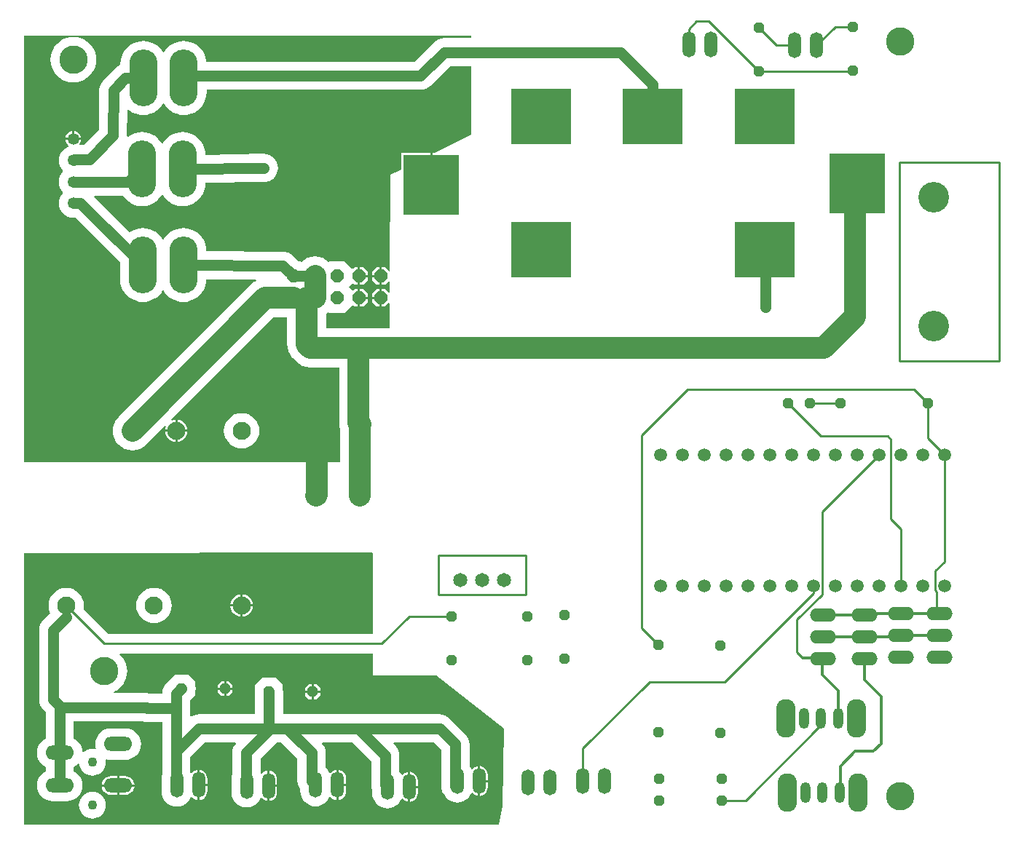
<source format=gtl>
G04 Layer_Physical_Order=1*
G04 Layer_Color=255*
%FSLAX25Y25*%
%MOIN*%
G70*
G01*
G75*
%ADD10C,0.10000*%
%ADD11R,0.27559X0.25591*%
%ADD12R,0.25591X0.27559*%
%ADD13C,0.01000*%
%ADD14C,0.05000*%
%ADD15C,0.01200*%
%ADD16C,0.06500*%
%ADD17O,0.05905X0.11811*%
%ADD18P,0.05196X8X292.5*%
%ADD19C,0.14000*%
%ADD20C,0.05905*%
%ADD21P,0.05196X8X22.5*%
%ADD22C,0.08268*%
%ADD23C,0.04331*%
%ADD24O,0.12993X0.06497*%
%ADD25O,0.12992X0.25983*%
%ADD26C,0.05315*%
%ADD27O,0.08859X0.17718*%
%ADD28O,0.04725X0.09450*%
%ADD29P,0.06494X8X22.5*%
%ADD30O,0.12000X0.06000*%
%ADD31C,0.12992*%
%ADD32C,0.03762*%
G36*
X308387Y611981D02*
X291946Y603757D01*
X290751D01*
Y588978D01*
X289751D01*
Y603757D01*
X276455D01*
Y596010D01*
X271637Y593600D01*
X271242Y549739D01*
X270741Y549533D01*
X268980Y551294D01*
X267480D01*
Y547294D01*
Y543294D01*
X268980D01*
X270700Y545014D01*
X271198Y544805D01*
X271153Y539828D01*
X270652Y539622D01*
X268980Y541294D01*
X267480D01*
Y537294D01*
Y533294D01*
X268980D01*
X270609Y534923D01*
X271107Y534714D01*
X271006Y523464D01*
X242191D01*
Y530010D01*
X243107Y530761D01*
X243512Y530357D01*
X250448D01*
X253829Y533738D01*
X254395Y533879D01*
X254980Y533294D01*
X256480D01*
Y537294D01*
Y541294D01*
X254980D01*
X254395Y540709D01*
X253829Y540850D01*
X252385Y542294D01*
X253829Y543738D01*
X254395Y543879D01*
X254980Y543294D01*
X256480D01*
Y547294D01*
Y551294D01*
X254980D01*
X254395Y550709D01*
X253829Y550850D01*
X250448Y554231D01*
X243512D01*
X243107Y553827D01*
X241969Y554761D01*
X240417Y555591D01*
X238732Y556102D01*
X236980Y556274D01*
X235228Y556102D01*
X233543Y555591D01*
X231991Y554761D01*
X230853Y553827D01*
X230449Y554231D01*
X229190D01*
X226822Y556600D01*
X226353Y556985D01*
X225887Y557373D01*
X225863Y557386D01*
X225841Y557404D01*
X225306Y557690D01*
X224774Y557980D01*
X224748Y557989D01*
X224723Y558002D01*
X224143Y558178D01*
X223564Y558359D01*
X223536Y558362D01*
X223510Y558370D01*
X222907Y558429D01*
X222303Y558494D01*
X187182Y558793D01*
Y558910D01*
X187053Y560547D01*
X186670Y562144D01*
X186041Y563661D01*
X185183Y565061D01*
X184117Y566310D01*
X182868Y567376D01*
X181468Y568234D01*
X179951Y568863D01*
X178354Y569246D01*
X176717Y569375D01*
X175080Y569246D01*
X173483Y568863D01*
X171966Y568234D01*
X170566Y567376D01*
X169317Y566310D01*
X168251Y565061D01*
X167715Y564187D01*
X167215D01*
X166679Y565061D01*
X165613Y566310D01*
X164364Y567376D01*
X162964Y568234D01*
X161447Y568863D01*
X159850Y569246D01*
X158213Y569375D01*
X156576Y569246D01*
X154979Y568863D01*
X153462Y568234D01*
X152182Y567450D01*
X135887Y583522D01*
X136077Y583985D01*
X149173D01*
X149369Y583665D01*
X150435Y582416D01*
X151684Y581350D01*
X153084Y580492D01*
X154601Y579863D01*
X156198Y579480D01*
X157835Y579351D01*
X159472Y579480D01*
X161069Y579863D01*
X162586Y580492D01*
X163986Y581350D01*
X165235Y582416D01*
X166301Y583665D01*
X166837Y584539D01*
X167337D01*
X167873Y583665D01*
X168939Y582416D01*
X170188Y581350D01*
X171588Y580492D01*
X173105Y579863D01*
X174702Y579480D01*
X176339Y579351D01*
X177976Y579480D01*
X179573Y579863D01*
X181090Y580492D01*
X182490Y581350D01*
X183739Y582416D01*
X184805Y583665D01*
X185663Y585065D01*
X186292Y586582D01*
X186675Y588179D01*
X186804Y589816D01*
Y589984D01*
X213622Y590343D01*
X214209Y590409D01*
X214797Y590467D01*
X214839Y590480D01*
X214882Y590485D01*
X215445Y590664D01*
X216010Y590835D01*
X216049Y590856D01*
X216090Y590869D01*
X216607Y591154D01*
X217128Y591433D01*
X217162Y591461D01*
X217200Y591482D01*
X217652Y591862D01*
X218109Y592237D01*
X218119Y592247D01*
X218142Y592276D01*
X218170Y592299D01*
X218474Y592680D01*
X218923Y593227D01*
X218948Y593273D01*
X218961Y593290D01*
X219092Y593543D01*
X219521Y594346D01*
X219540Y594410D01*
X219544Y594416D01*
X219569Y594506D01*
X219889Y595559D01*
X220013Y596821D01*
X219889Y598083D01*
X219521Y599296D01*
X218923Y600415D01*
X218119Y601395D01*
X217139Y602199D01*
X216020Y602797D01*
X214807Y603165D01*
X213545Y603289D01*
X213436Y603278D01*
X186795Y602921D01*
X186675Y604445D01*
X186292Y606042D01*
X185663Y607559D01*
X184805Y608959D01*
X183739Y610208D01*
X182490Y611274D01*
X181090Y612132D01*
X179573Y612761D01*
X177976Y613144D01*
X176339Y613273D01*
X174702Y613144D01*
X173105Y612761D01*
X171588Y612132D01*
X170188Y611274D01*
X168939Y610208D01*
X167873Y608959D01*
X167337Y608085D01*
X166837D01*
X166301Y608959D01*
X165235Y610208D01*
X163986Y611274D01*
X162586Y612132D01*
X161069Y612761D01*
X159472Y613144D01*
X157835Y613273D01*
X156198Y613144D01*
X154601Y612761D01*
X153084Y612132D01*
X151684Y611274D01*
X151395Y611028D01*
X150920Y611279D01*
X150952Y611573D01*
X151073Y623484D01*
X151529Y623691D01*
X152238Y623085D01*
X153638Y622227D01*
X155155Y621598D01*
X156752Y621215D01*
X158389Y621086D01*
X160026Y621215D01*
X161623Y621598D01*
X163140Y622227D01*
X164540Y623085D01*
X165789Y624151D01*
X166855Y625400D01*
X167391Y626274D01*
X167891D01*
X168427Y625400D01*
X169493Y624151D01*
X170742Y623085D01*
X172142Y622227D01*
X173659Y621598D01*
X175256Y621215D01*
X176893Y621086D01*
X178530Y621215D01*
X180127Y621598D01*
X181644Y622227D01*
X183044Y623085D01*
X184293Y624151D01*
X185359Y625400D01*
X186217Y626800D01*
X186846Y628317D01*
X187229Y629914D01*
X187358Y631551D01*
Y632619D01*
X285251D01*
X286513Y632743D01*
X287726Y633111D01*
X288844Y633709D01*
X289825Y634513D01*
X298659Y643348D01*
X308387D01*
Y611981D01*
D02*
G37*
G36*
X263500Y420445D02*
X263500Y383475D01*
X142402D01*
X131027Y394850D01*
X131037Y394883D01*
X131193Y396465D01*
X131037Y398047D01*
X130576Y399569D01*
X129826Y400971D01*
X128818Y402200D01*
X127589Y403208D01*
X126187Y403958D01*
X124665Y404419D01*
X123083Y404575D01*
X121501Y404419D01*
X119979Y403958D01*
X118577Y403208D01*
X117348Y402200D01*
X116340Y400971D01*
X115590Y399569D01*
X115129Y398047D01*
X114973Y396465D01*
X115129Y394883D01*
X115590Y393361D01*
X115814Y392944D01*
X112616Y389747D01*
X111812Y388767D01*
X111214Y387648D01*
X110846Y386435D01*
X110722Y385173D01*
Y353370D01*
X110846Y352108D01*
X111214Y350895D01*
X111812Y349777D01*
X112616Y348796D01*
X113653Y347760D01*
Y335416D01*
X112862Y334993D01*
X111767Y334095D01*
X110870Y333001D01*
X110202Y331753D01*
X109792Y330399D01*
X109653Y328990D01*
X109792Y327581D01*
X110202Y326227D01*
X110870Y324979D01*
X111767Y323885D01*
X112862Y322987D01*
X113653Y322564D01*
Y320456D01*
X112862Y320033D01*
X111767Y319135D01*
X110870Y318041D01*
X110202Y316793D01*
X109792Y315439D01*
X109653Y314030D01*
X109792Y312621D01*
X110202Y311267D01*
X110870Y310019D01*
X111767Y308925D01*
X112862Y308027D01*
X114110Y307360D01*
X115464Y306949D01*
X116873Y306810D01*
X123369D01*
X124778Y306949D01*
X126132Y307360D01*
X127381Y308027D01*
X128475Y308925D01*
X129373Y310019D01*
X130040Y311267D01*
X130450Y312621D01*
X130589Y314030D01*
X130450Y315439D01*
X130040Y316793D01*
X129373Y318041D01*
X128475Y319135D01*
X127381Y320033D01*
X126589Y320456D01*
Y322564D01*
X127381Y322987D01*
X128475Y323885D01*
X128553Y323980D01*
X129031Y323835D01*
X129068Y323464D01*
X129417Y322313D01*
X129983Y321253D01*
X130746Y320324D01*
X131675Y319561D01*
X132735Y318995D01*
X133886Y318646D01*
X135082Y318528D01*
X136278Y318646D01*
X137429Y318995D01*
X138489Y319561D01*
X139418Y320324D01*
X140181Y321253D01*
X140747Y322313D01*
X141096Y323464D01*
X141214Y324660D01*
X141115Y325663D01*
X141507Y326067D01*
X142236Y325846D01*
X143645Y325707D01*
X150141D01*
X151550Y325846D01*
X152904Y326257D01*
X154153Y326924D01*
X155247Y327822D01*
X156144Y328916D01*
X156812Y330164D01*
X157223Y331518D01*
X157361Y332927D01*
X157223Y334336D01*
X156812Y335690D01*
X156144Y336938D01*
X155247Y338032D01*
X154153Y338930D01*
X152904Y339597D01*
X151550Y340008D01*
X150141Y340147D01*
X143645D01*
X142236Y340008D01*
X140882Y339597D01*
X139634Y338930D01*
X138539Y338032D01*
X137642Y336938D01*
X136974Y335690D01*
X136563Y334336D01*
X136425Y332927D01*
X136563Y331518D01*
X136720Y331001D01*
X136367Y330647D01*
X136278Y330674D01*
X135082Y330792D01*
X133886Y330674D01*
X132735Y330325D01*
X131675Y329759D01*
X131065Y329258D01*
X130542Y329475D01*
X130450Y330399D01*
X130040Y331753D01*
X129373Y333001D01*
X128475Y334095D01*
X127381Y334993D01*
X126589Y335416D01*
Y343346D01*
X158210D01*
X158736Y343186D01*
X159998Y343062D01*
X167034D01*
Y329719D01*
Y319058D01*
X166884Y318563D01*
X166751Y317213D01*
Y311307D01*
X166884Y309957D01*
X167278Y308658D01*
X167918Y307461D01*
X168779Y306412D01*
X169828Y305551D01*
X171025Y304911D01*
X172323Y304517D01*
X173674Y304384D01*
X175025Y304517D01*
X176323Y304911D01*
X177520Y305551D01*
X178569Y306412D01*
X179430Y307461D01*
X180070Y308658D01*
X180097Y308746D01*
X180589Y308835D01*
X180855Y308488D01*
X181681Y307855D01*
X182642Y307456D01*
X183174Y307386D01*
Y314260D01*
Y321134D01*
X182642Y321064D01*
X181681Y320666D01*
X180855Y320032D01*
X180589Y319685D01*
X180097Y319774D01*
X180070Y319862D01*
X179970Y320049D01*
Y327040D01*
X186597Y333667D01*
X200487D01*
X200724Y333167D01*
X200231Y332566D01*
X199633Y331448D01*
X199265Y330235D01*
X199141Y328973D01*
Y319087D01*
X198861Y318164D01*
X198728Y316814D01*
Y310908D01*
X198861Y309558D01*
X199255Y308259D01*
X199895Y307062D01*
X200756Y306013D01*
X201805Y305152D01*
X203002Y304512D01*
X204300Y304118D01*
X205651Y303985D01*
X207002Y304118D01*
X208300Y304512D01*
X209497Y305152D01*
X210546Y306013D01*
X211407Y307062D01*
X212047Y308259D01*
X212074Y308347D01*
X212566Y308436D01*
X212832Y308089D01*
X213658Y307455D01*
X214619Y307057D01*
X215151Y306987D01*
Y313861D01*
Y320735D01*
X214619Y320665D01*
X213658Y320267D01*
X212832Y319633D01*
X212558Y319276D01*
X212367Y319311D01*
X212077Y319471D01*
Y326294D01*
X219450Y333667D01*
X221543D01*
X228916Y326294D01*
Y316124D01*
X229040Y314862D01*
X229408Y313649D01*
X230006Y312530D01*
X230280Y312197D01*
Y311352D01*
X230413Y310002D01*
X230807Y308703D01*
X231447Y307506D01*
X232308Y306457D01*
X233357Y305596D01*
X234554Y304956D01*
X235852Y304562D01*
X237203Y304429D01*
X238554Y304562D01*
X239852Y304956D01*
X241049Y305596D01*
X242098Y306457D01*
X242959Y307506D01*
X243599Y308703D01*
X243626Y308791D01*
X244118Y308880D01*
X244384Y308533D01*
X245210Y307899D01*
X246171Y307501D01*
X246703Y307431D01*
Y314305D01*
Y321179D01*
X246171Y321109D01*
X245210Y320710D01*
X244384Y320077D01*
X244118Y319730D01*
X243626Y319819D01*
X243599Y319907D01*
X242959Y321104D01*
X242098Y322153D01*
X241852Y322355D01*
Y328973D01*
X241728Y330235D01*
X241360Y331448D01*
X240762Y332566D01*
X240269Y333167D01*
X240506Y333667D01*
X254110D01*
X262646Y325132D01*
Y314389D01*
X262770Y313127D01*
X263138Y311914D01*
X263162Y311869D01*
Y310465D01*
X263295Y309115D01*
X263689Y307816D01*
X264329Y306619D01*
X265190Y305570D01*
X266239Y304709D01*
X267436Y304069D01*
X268734Y303675D01*
X270085Y303542D01*
X271436Y303675D01*
X272734Y304069D01*
X273931Y304709D01*
X274980Y305570D01*
X275841Y306619D01*
X276481Y307816D01*
X276508Y307904D01*
X277000Y307993D01*
X277266Y307646D01*
X278092Y307013D01*
X279053Y306614D01*
X279585Y306544D01*
Y313418D01*
Y320292D01*
X279053Y320222D01*
X278092Y319824D01*
X277266Y319190D01*
X277000Y318843D01*
X276508Y318932D01*
X276481Y319020D01*
X275841Y320217D01*
X275582Y320533D01*
Y327811D01*
X275582Y327811D01*
X275582Y327811D01*
X275520Y328445D01*
X275458Y329073D01*
X275458Y329073D01*
X275458Y329073D01*
X275288Y329632D01*
X275090Y330286D01*
X275090Y330286D01*
X275090Y330287D01*
X274819Y330792D01*
X274492Y331404D01*
X274492Y331405D01*
X274492Y331405D01*
X274089Y331895D01*
X273688Y332385D01*
X273688Y332385D01*
X273688Y332385D01*
X272867Y333205D01*
X273059Y333667D01*
X291328D01*
X294747Y330248D01*
Y313838D01*
X294754Y313765D01*
X294748Y313691D01*
X294816Y313134D01*
X294871Y312576D01*
X294893Y312506D01*
X294901Y312433D01*
X295076Y311899D01*
X295239Y311363D01*
X295274Y311298D01*
X295297Y311228D01*
X295572Y310739D01*
X295638Y310616D01*
X295684Y310466D01*
X296324Y309269D01*
X297185Y308220D01*
X298234Y307359D01*
X299431Y306719D01*
X300729Y306325D01*
X302080Y306192D01*
X303431Y306325D01*
X304729Y306719D01*
X305926Y307359D01*
X306975Y308220D01*
X307836Y309269D01*
X308476Y310466D01*
X308503Y310554D01*
X308995Y310643D01*
X309261Y310296D01*
X310087Y309663D01*
X311048Y309264D01*
X311580Y309194D01*
Y316068D01*
Y322942D01*
X311048Y322872D01*
X310087Y322474D01*
X309261Y321840D01*
X308995Y321493D01*
X308503Y321582D01*
X308476Y321670D01*
X307836Y322867D01*
X307683Y323054D01*
Y332927D01*
X307559Y334189D01*
X307191Y335402D01*
X306593Y336521D01*
X305789Y337501D01*
X298581Y344709D01*
X297601Y345513D01*
X296482Y346111D01*
X295269Y346479D01*
X294007Y346603D01*
X222388D01*
Y356932D01*
X222264Y358194D01*
X222257Y358217D01*
Y360101D01*
X219089Y363269D01*
X217204D01*
X217182Y363276D01*
X215920Y363400D01*
X214658Y363276D01*
X214635Y363269D01*
X212752D01*
X209583Y360101D01*
Y358217D01*
X209576Y358194D01*
X209452Y356932D01*
Y346603D01*
X183918D01*
X182656Y346479D01*
X181443Y346111D01*
X180470Y345591D01*
X179970Y345810D01*
Y348468D01*
Y352978D01*
X182214Y355222D01*
Y357105D01*
X182221Y357128D01*
X182345Y358390D01*
X182221Y359652D01*
X182214Y359675D01*
Y361559D01*
X179045Y364727D01*
X177162D01*
X177139Y364734D01*
X175877Y364858D01*
X174615Y364734D01*
X174592Y364727D01*
X172708D01*
X169540Y361559D01*
Y361200D01*
X168928Y360589D01*
X168124Y359609D01*
X167526Y358490D01*
X167158Y357277D01*
X167034Y356015D01*
Y355998D01*
X161502D01*
X160976Y356158D01*
X159714Y356282D01*
X144762D01*
X144662Y356782D01*
X145271Y357034D01*
X146671Y357892D01*
X147920Y358959D01*
X148987Y360208D01*
X149845Y361608D01*
X150473Y363125D01*
X150856Y364722D01*
X150985Y366359D01*
X150856Y367996D01*
X150473Y369593D01*
X149845Y371110D01*
X148987Y372510D01*
X147920Y373759D01*
X147573Y374056D01*
X147746Y374525D01*
X263500D01*
Y364580D01*
X292584D01*
X323439Y340227D01*
X322775Y304749D01*
X321218Y295971D01*
X103971D01*
Y420256D01*
X263146Y420798D01*
X263500Y420445D01*
D02*
G37*
G36*
X308387Y656284D02*
X295980D01*
X294718Y656160D01*
X293505Y655792D01*
X292387Y655194D01*
X291406Y654390D01*
X282572Y645555D01*
X187278D01*
X187229Y646180D01*
X186846Y647777D01*
X186217Y649294D01*
X185359Y650694D01*
X184293Y651943D01*
X183044Y653009D01*
X181644Y653867D01*
X180127Y654496D01*
X178530Y654879D01*
X176893Y655008D01*
X175256Y654879D01*
X173659Y654496D01*
X172142Y653867D01*
X170742Y653009D01*
X169493Y651943D01*
X168427Y650694D01*
X167891Y649820D01*
X167391D01*
X166855Y650694D01*
X165789Y651943D01*
X164540Y653009D01*
X163140Y653867D01*
X161623Y654496D01*
X160026Y654879D01*
X158389Y655008D01*
X156752Y654879D01*
X155155Y654496D01*
X153638Y653867D01*
X152238Y653009D01*
X150989Y651943D01*
X149923Y650694D01*
X149065Y649294D01*
X148436Y647777D01*
X148053Y646180D01*
X147924Y644543D01*
Y644003D01*
X147788Y643962D01*
X147788Y643962D01*
X147788Y643962D01*
X147227Y643662D01*
X146670Y643364D01*
X146670Y643364D01*
X146669Y643364D01*
X146185Y642966D01*
X145690Y642560D01*
X140123Y636994D01*
X139741Y636529D01*
X139355Y636068D01*
X139339Y636039D01*
X139318Y636014D01*
X139035Y635483D01*
X138746Y634956D01*
X138736Y634925D01*
X138720Y634896D01*
X138546Y634320D01*
X138365Y633746D01*
X138362Y633714D01*
X138352Y633682D01*
X138293Y633084D01*
X138228Y632486D01*
X138043Y614346D01*
X130999Y607301D01*
X129403D01*
X129157Y607801D01*
X129535Y608294D01*
X129903Y609183D01*
X129963Y609638D01*
X126340D01*
X122717D01*
X122777Y609183D01*
X123145Y608294D01*
X123732Y607530D01*
X124125Y607228D01*
X124076Y606635D01*
X123838Y606507D01*
X123284Y606211D01*
X123281Y606209D01*
X123278Y606208D01*
X123028Y606002D01*
X122659Y605804D01*
X121655Y604980D01*
X120831Y603976D01*
X120218Y602831D01*
X119841Y601588D01*
X119714Y600295D01*
X119841Y599002D01*
X120218Y597759D01*
X120831Y596614D01*
X121569Y595715D01*
X121619Y595374D01*
X121569Y595033D01*
X120831Y594134D01*
X120218Y592989D01*
X119841Y591746D01*
X119714Y590453D01*
X119841Y589160D01*
X120218Y587917D01*
X120831Y586772D01*
X121569Y585872D01*
X121619Y585532D01*
X121569Y585191D01*
X120831Y584291D01*
X120218Y583146D01*
X119841Y581903D01*
X119714Y580610D01*
X119841Y579317D01*
X120218Y578074D01*
X120831Y576929D01*
X121655Y575925D01*
X122659Y575101D01*
X123804Y574488D01*
X125047Y574111D01*
X126340Y573984D01*
X127064Y574055D01*
X147748Y553652D01*
Y545918D01*
X147877Y544281D01*
X148260Y542684D01*
X148889Y541167D01*
X149747Y539767D01*
X150813Y538518D01*
X152062Y537452D01*
X153462Y536594D01*
X154979Y535965D01*
X156576Y535582D01*
X158213Y535453D01*
X159850Y535582D01*
X161447Y535965D01*
X162964Y536594D01*
X164364Y537452D01*
X165613Y538518D01*
X166679Y539767D01*
X167215Y540641D01*
X167715D01*
X168251Y539767D01*
X169317Y538518D01*
X170566Y537452D01*
X171966Y536594D01*
X173483Y535965D01*
X175080Y535582D01*
X176717Y535453D01*
X178354Y535582D01*
X179951Y535965D01*
X181468Y536594D01*
X182868Y537452D01*
X184117Y538518D01*
X185183Y539767D01*
X186041Y541167D01*
X186670Y542684D01*
X187053Y544281D01*
X187177Y545857D01*
X209865Y545663D01*
X209988Y545162D01*
X209238Y544761D01*
X207877Y543644D01*
X207877Y543644D01*
X147139Y482906D01*
X147039Y482824D01*
X145922Y481463D01*
X145092Y479911D01*
X144581Y478226D01*
X144409Y476474D01*
X144581Y474722D01*
X145092Y473037D01*
X145922Y471485D01*
X147039Y470124D01*
X147048Y470115D01*
X147048Y470115D01*
X148409Y468998D01*
X149961Y468168D01*
X151646Y467657D01*
X153398Y467485D01*
X155150Y467657D01*
X156835Y468168D01*
X158387Y468998D01*
X159748Y470115D01*
X168284Y478652D01*
X168708Y478368D01*
X168475Y477805D01*
X168365Y476965D01*
X172977D01*
Y481577D01*
X172137Y481467D01*
X171574Y481234D01*
X171291Y481658D01*
X217947Y528314D01*
X224231D01*
Y516060D01*
X224231Y516058D01*
X224231Y516057D01*
X224318Y515175D01*
X224403Y514308D01*
X224404Y514306D01*
X224404Y514305D01*
X224656Y513475D01*
X224914Y512623D01*
X224915Y512622D01*
X224916Y512620D01*
X225333Y511840D01*
X225744Y511071D01*
X225745Y511070D01*
X225746Y511068D01*
X226303Y510390D01*
X226861Y509710D01*
X226862Y509709D01*
X226863Y509708D01*
X227980Y508592D01*
X228314Y508184D01*
X229702Y507046D01*
X231284Y506200D01*
X233002Y505679D01*
X234788Y505503D01*
Y505504D01*
X247980D01*
Y479983D01*
X248153Y478231D01*
X248384Y477470D01*
Y462000D01*
X103971D01*
Y657439D01*
X308387D01*
Y656284D01*
D02*
G37*
%LPC*%
G36*
X258980Y541294D02*
X257480D01*
Y537794D01*
X260980D01*
Y539294D01*
X258980Y541294D01*
D02*
G37*
G36*
X266480D02*
X264980D01*
X262980Y539294D01*
Y537794D01*
X266480D01*
Y541294D01*
D02*
G37*
G36*
X260980Y546794D02*
X257480D01*
Y543294D01*
X258980D01*
X260980Y545294D01*
Y546794D01*
D02*
G37*
G36*
Y536794D02*
X257480D01*
Y533294D01*
X258980D01*
X260980Y535294D01*
Y536794D01*
D02*
G37*
G36*
X266480D02*
X262980D01*
Y535294D01*
X264980Y533294D01*
X266480D01*
Y536794D01*
D02*
G37*
G36*
Y546794D02*
X262980D01*
Y545294D01*
X264980Y543294D01*
X266480D01*
Y546794D01*
D02*
G37*
G36*
X258980Y551294D02*
X257480D01*
Y547794D01*
X260980D01*
Y549294D01*
X258980Y551294D01*
D02*
G37*
G36*
X266480D02*
X264980D01*
X262980Y549294D01*
Y547794D01*
X266480D01*
Y551294D01*
D02*
G37*
G36*
X235420Y356432D02*
X232520D01*
Y355232D01*
X234220Y353532D01*
X235420D01*
Y356432D01*
D02*
G37*
G36*
X239320D02*
X236420D01*
Y353532D01*
X237620D01*
X239320Y355232D01*
Y356432D01*
D02*
G37*
G36*
X312580Y322942D02*
Y316568D01*
X316067D01*
Y319021D01*
X315931Y320053D01*
X315533Y321014D01*
X314899Y321840D01*
X314073Y322474D01*
X313112Y322872D01*
X312580Y322942D01*
D02*
G37*
G36*
X184174Y321134D02*
Y314760D01*
X187661D01*
Y317213D01*
X187525Y318245D01*
X187127Y319206D01*
X186493Y320032D01*
X185667Y320666D01*
X184706Y321064D01*
X184174Y321134D01*
D02*
G37*
G36*
X247703Y321179D02*
Y314805D01*
X251190D01*
Y317258D01*
X251054Y318290D01*
X250656Y319251D01*
X250022Y320077D01*
X249196Y320710D01*
X248235Y321109D01*
X247703Y321179D01*
D02*
G37*
G36*
X195377Y357890D02*
X192477D01*
Y356690D01*
X194177Y354990D01*
X195377D01*
Y357890D01*
D02*
G37*
G36*
Y361790D02*
X194177D01*
X192477Y360090D01*
Y358890D01*
X195377D01*
Y361790D01*
D02*
G37*
G36*
X197577D02*
X196377D01*
Y358890D01*
X199277D01*
Y360090D01*
X197577Y361790D01*
D02*
G37*
G36*
X237620Y360332D02*
X236420D01*
Y357432D01*
X239320D01*
Y358632D01*
X237620Y360332D01*
D02*
G37*
G36*
X199277Y357890D02*
X196377D01*
Y354990D01*
X197577D01*
X199277Y356690D01*
Y357890D01*
D02*
G37*
G36*
X235420Y360332D02*
X234220D01*
X232520Y358632D01*
Y357432D01*
X235420D01*
Y360332D01*
D02*
G37*
G36*
X187661Y313760D02*
X184174D01*
Y307386D01*
X184706Y307456D01*
X185667Y307855D01*
X186493Y308488D01*
X187127Y309314D01*
X187525Y310275D01*
X187661Y311307D01*
Y313760D01*
D02*
G37*
G36*
X251190Y313805D02*
X247703D01*
Y307431D01*
X248235Y307501D01*
X249196Y307899D01*
X250022Y308533D01*
X250656Y309359D01*
X251054Y310320D01*
X251190Y311352D01*
Y313805D01*
D02*
G37*
G36*
X316067Y315568D02*
X312580D01*
Y309194D01*
X313112Y309264D01*
X314073Y309663D01*
X314899Y310296D01*
X315533Y311122D01*
X315931Y312083D01*
X316067Y313115D01*
Y315568D01*
D02*
G37*
G36*
X135082Y311107D02*
X133886Y310989D01*
X132735Y310640D01*
X131675Y310074D01*
X130746Y309311D01*
X129983Y308382D01*
X129417Y307322D01*
X129068Y306171D01*
X128950Y304975D01*
X129068Y303779D01*
X129417Y302628D01*
X129983Y301568D01*
X130746Y300639D01*
X131675Y299876D01*
X132735Y299310D01*
X133886Y298961D01*
X135082Y298843D01*
X136278Y298961D01*
X137429Y299310D01*
X138489Y299876D01*
X139418Y300639D01*
X140181Y301568D01*
X140747Y302628D01*
X141096Y303779D01*
X141214Y304975D01*
X141096Y306171D01*
X140747Y307322D01*
X140181Y308382D01*
X139418Y309311D01*
X138489Y310074D01*
X137429Y310640D01*
X136278Y310989D01*
X135082Y311107D01*
D02*
G37*
G36*
X284072Y312918D02*
X280585D01*
Y306544D01*
X281117Y306614D01*
X282078Y307013D01*
X282904Y307646D01*
X283538Y308472D01*
X283936Y309433D01*
X284072Y310465D01*
Y312918D01*
D02*
G37*
G36*
X219638Y313361D02*
X216151D01*
Y306987D01*
X216683Y307057D01*
X217644Y307455D01*
X218470Y308089D01*
X219104Y308915D01*
X219502Y309876D01*
X219638Y310908D01*
Y313361D01*
D02*
G37*
G36*
X216151Y320735D02*
Y314361D01*
X219638D01*
Y316814D01*
X219502Y317846D01*
X219104Y318807D01*
X218470Y319633D01*
X217644Y320267D01*
X216683Y320665D01*
X216151Y320735D01*
D02*
G37*
G36*
X146393Y318315D02*
X143645D01*
X142536Y318169D01*
X141502Y317741D01*
X140615Y317060D01*
X139934Y316173D01*
X139506Y315139D01*
X139426Y314530D01*
X146393D01*
Y318315D01*
D02*
G37*
G36*
X150141D02*
X147393D01*
Y314530D01*
X154360D01*
X154280Y315139D01*
X153852Y316173D01*
X153171Y317060D01*
X152284Y317741D01*
X151250Y318169D01*
X150141Y318315D01*
D02*
G37*
G36*
X146393Y313530D02*
X139426D01*
X139506Y312921D01*
X139934Y311888D01*
X140615Y311000D01*
X141502Y310319D01*
X142536Y309891D01*
X143645Y309745D01*
X146393D01*
Y313530D01*
D02*
G37*
G36*
X154360D02*
X147393D01*
Y309745D01*
X150141D01*
X151250Y309891D01*
X152284Y310319D01*
X153171Y311000D01*
X153852Y311888D01*
X154280Y312921D01*
X154360Y313530D01*
D02*
G37*
G36*
X280585Y320292D02*
Y313918D01*
X284072D01*
Y316371D01*
X283936Y317403D01*
X283538Y318364D01*
X282904Y319190D01*
X282078Y319824D01*
X281117Y320222D01*
X280585Y320292D01*
D02*
G37*
G36*
X202898Y401578D02*
X202058Y401467D01*
X200809Y400949D01*
X199736Y400127D01*
X198914Y399054D01*
X198396Y397805D01*
X198285Y396965D01*
X202898D01*
Y401578D01*
D02*
G37*
G36*
X203898D02*
Y396965D01*
X208510D01*
X208400Y397805D01*
X207882Y399054D01*
X207060Y400127D01*
X205987Y400949D01*
X204738Y401467D01*
X203898Y401578D01*
D02*
G37*
G36*
X163241Y404575D02*
X161659Y404419D01*
X160137Y403958D01*
X158735Y403208D01*
X157506Y402200D01*
X156498Y400971D01*
X155748Y399569D01*
X155287Y398047D01*
X155131Y396465D01*
X155287Y394883D01*
X155748Y393361D01*
X156498Y391959D01*
X157506Y390730D01*
X158735Y389722D01*
X160137Y388972D01*
X161659Y388511D01*
X163241Y388355D01*
X164823Y388511D01*
X166345Y388972D01*
X167747Y389722D01*
X168976Y390730D01*
X169984Y391959D01*
X170734Y393361D01*
X171195Y394883D01*
X171351Y396465D01*
X171195Y398047D01*
X170734Y399569D01*
X169984Y400971D01*
X168976Y402200D01*
X167747Y403208D01*
X166345Y403958D01*
X164823Y404419D01*
X163241Y404575D01*
D02*
G37*
G36*
X202898Y395965D02*
X198285D01*
X198396Y395125D01*
X198914Y393876D01*
X199736Y392803D01*
X200809Y391981D01*
X202058Y391463D01*
X202898Y391353D01*
Y395965D01*
D02*
G37*
G36*
X208510D02*
X203898D01*
Y391353D01*
X204738Y391463D01*
X205987Y391981D01*
X207060Y392803D01*
X207882Y393876D01*
X208400Y395125D01*
X208510Y395965D01*
D02*
G37*
G36*
X239343Y482701D02*
X238143D01*
Y479801D01*
X241043D01*
Y481001D01*
X239343Y482701D01*
D02*
G37*
G36*
X125840Y613761D02*
X125385Y613701D01*
X124496Y613333D01*
X123732Y612746D01*
X123145Y611982D01*
X122777Y611093D01*
X122717Y610638D01*
X125840D01*
Y613761D01*
D02*
G37*
G36*
X126840D02*
Y610638D01*
X129963D01*
X129903Y611093D01*
X129535Y611982D01*
X128948Y612746D01*
X128184Y613333D01*
X127295Y613701D01*
X126840Y613761D01*
D02*
G37*
G36*
X126381Y656918D02*
X124744Y656789D01*
X123147Y656406D01*
X121630Y655778D01*
X120230Y654920D01*
X118981Y653853D01*
X117914Y652604D01*
X117056Y651204D01*
X116428Y649687D01*
X116045Y648090D01*
X115916Y646453D01*
X116045Y644816D01*
X116428Y643219D01*
X117056Y641702D01*
X117914Y640302D01*
X118981Y639053D01*
X120230Y637986D01*
X121630Y637128D01*
X123147Y636500D01*
X124744Y636117D01*
X126381Y635988D01*
X128018Y636117D01*
X129615Y636500D01*
X131132Y637128D01*
X132532Y637986D01*
X133781Y639053D01*
X134848Y640302D01*
X135706Y641702D01*
X136334Y643219D01*
X136717Y644816D01*
X136846Y646453D01*
X136717Y648090D01*
X136334Y649687D01*
X135706Y651204D01*
X134848Y652604D01*
X133781Y653853D01*
X132532Y654920D01*
X131132Y655778D01*
X129615Y656406D01*
X128018Y656789D01*
X126381Y656918D01*
D02*
G37*
G36*
X203398Y484575D02*
X201816Y484419D01*
X200294Y483958D01*
X198892Y483208D01*
X197663Y482200D01*
X196655Y480971D01*
X195905Y479569D01*
X195444Y478047D01*
X195288Y476465D01*
X195444Y474883D01*
X195905Y473361D01*
X196655Y471959D01*
X197663Y470730D01*
X198892Y469722D01*
X200294Y468972D01*
X201816Y468511D01*
X203398Y468355D01*
X204980Y468511D01*
X206502Y468972D01*
X207904Y469722D01*
X209133Y470730D01*
X210141Y471959D01*
X210891Y473361D01*
X211352Y474883D01*
X211508Y476465D01*
X211352Y478047D01*
X210891Y479569D01*
X210141Y480971D01*
X209133Y482200D01*
X207904Y483208D01*
X206502Y483958D01*
X204980Y484419D01*
X203398Y484575D01*
D02*
G37*
G36*
X241043Y478801D02*
X238143D01*
Y475901D01*
X239343D01*
X241043Y477601D01*
Y478801D01*
D02*
G37*
G36*
X173977Y481577D02*
Y476965D01*
X178589D01*
X178479Y477805D01*
X177962Y479054D01*
X177139Y480127D01*
X176066Y480949D01*
X174817Y481467D01*
X173977Y481577D01*
D02*
G37*
G36*
X237143Y482701D02*
X235943D01*
X234243Y481001D01*
Y479801D01*
X237143D01*
Y482701D01*
D02*
G37*
G36*
X172977Y475965D02*
X168365D01*
X168475Y475125D01*
X168992Y473876D01*
X169815Y472803D01*
X170888Y471980D01*
X172137Y471463D01*
X172977Y471352D01*
Y475965D01*
D02*
G37*
G36*
X178589D02*
X173977D01*
Y471352D01*
X174817Y471463D01*
X176066Y471980D01*
X177139Y472803D01*
X177962Y473876D01*
X178479Y475125D01*
X178589Y475965D01*
D02*
G37*
G36*
X237143Y478801D02*
X234243D01*
Y477601D01*
X235943Y475901D01*
X237143D01*
Y478801D01*
D02*
G37*
%LPD*%
D10*
X234614Y514658D02*
G03*
X234788Y514484I174J0D01*
G01*
X233211Y516060D02*
X234614Y514658D01*
X234788Y514484D01*
X469901D02*
X484064Y528647D01*
Y588739D02*
X485133Y589807D01*
X484064Y528647D02*
Y588739D01*
X153389Y476474D02*
X153398Y476465D01*
X236980Y537294D02*
Y547294D01*
X257364Y446655D02*
Y479022D01*
X257643Y479301D01*
X237643Y446934D02*
Y479301D01*
X237364Y446655D02*
X237643Y446934D01*
X256961Y479983D02*
Y514484D01*
X234788D02*
X256961D01*
X469901D01*
X153398Y476465D02*
X214227Y537294D01*
X226980D01*
X233211Y516060D02*
Y537294D01*
D11*
X391629Y620319D02*
D03*
X340448D02*
D03*
X442810D02*
D03*
Y559295D02*
D03*
X340448D02*
D03*
D12*
X290251Y588978D02*
D03*
X485133Y589807D02*
D03*
D13*
X293500Y401500D02*
Y419500D01*
Y401500D02*
X333500D01*
Y419500D01*
X293500D02*
X333500D01*
X519500Y392845D02*
X521500Y394845D01*
X550000Y508500D02*
Y599500D01*
X504500Y508500D02*
X550000D01*
X504500D02*
Y599500D01*
X550000D01*
X511000Y495500D02*
X517500Y489000D01*
X407500Y495500D02*
X511000D01*
X386500Y474500D02*
X407500Y495500D01*
X386500Y386000D02*
Y474500D01*
Y386000D02*
X394000Y378500D01*
X469053Y439553D02*
X495000Y465500D01*
X469053Y401553D02*
Y439553D01*
X457500Y390000D02*
X469053Y401553D01*
X457500Y375057D02*
Y390000D01*
Y375057D02*
X460146Y372411D01*
X465000Y402000D02*
Y405500D01*
X424500Y361500D02*
X465000Y402000D01*
X390000Y361500D02*
X424500D01*
X521500Y394845D02*
Y402716D01*
X520947Y403269D02*
X521500Y402716D01*
X520947Y403269D02*
Y412447D01*
X525000Y416500D01*
Y465500D01*
X517500Y473000D02*
X525000Y465500D01*
X517500Y473000D02*
Y489000D01*
X463500D02*
X477500D01*
X505000Y405500D02*
Y431500D01*
X500500Y436000D02*
X505000Y431500D01*
X500500Y436000D02*
Y472500D01*
X499000Y474000D02*
X500500Y472500D01*
X468500Y474000D02*
X499000D01*
X453500Y489000D02*
X468500Y474000D01*
X408000Y653500D02*
Y660500D01*
X411500Y664000D01*
X417000D01*
X440000Y661000D02*
X448000Y653000D01*
X456500D01*
X466500D02*
X475000Y661500D01*
X483000D01*
X482500Y641000D02*
X483000Y641500D01*
X440000Y641000D02*
X482500D01*
X417000Y664000D02*
X440000Y641000D01*
X359500Y331000D02*
X390000Y361500D01*
X359500Y316000D02*
Y331000D01*
X468632Y341632D02*
Y344704D01*
X434000Y307000D02*
X468632Y341632D01*
X423000Y307000D02*
X434000D01*
X280000Y391500D02*
X299500D01*
X267500Y379000D02*
X280000Y391500D01*
X140548Y379000D02*
X267500D01*
X123083Y396465D02*
X140548Y379000D01*
X256961Y479983D02*
X257643Y479301D01*
X226980Y537294D02*
X233211D01*
X236980D01*
X174500Y550196D02*
X176718Y552414D01*
D14*
X159998Y349530D02*
X172441D01*
X159714Y349814D02*
X159998Y349530D01*
X120121Y349814D02*
X159714D01*
X391629Y620319D02*
Y635140D01*
X295980Y649816D02*
X376952D01*
X285251Y639087D02*
X295980Y649816D01*
X376952D02*
X391629Y635140D01*
X157835Y596312D02*
X157836Y596312D01*
X151478Y590453D02*
X157835Y596312D01*
X158213Y552415D02*
X158214Y552414D01*
X129629Y580610D02*
X158213Y552415D01*
X172441Y349530D02*
X173502Y348468D01*
X117190Y353370D02*
X120121Y350439D01*
Y349814D02*
Y350439D01*
Y314029D02*
Y349814D01*
X173502Y329719D02*
Y348468D01*
Y356015D01*
X183918Y340135D02*
X215920D01*
X173502Y329719D02*
X183918Y340135D01*
X173502Y314260D02*
X173674D01*
X256789Y340135D02*
X294007D01*
X301215Y332927D01*
Y313838D02*
X302080Y316068D01*
X224222Y340135D02*
X256789D01*
X269114Y327811D01*
Y314389D02*
Y327811D01*
Y314389D02*
X270085Y313418D01*
X215920Y340135D02*
X224222D01*
X235384Y328973D01*
Y316124D02*
Y328973D01*
Y316124D02*
X237203Y314305D01*
X215920Y340135D02*
Y356932D01*
Y339284D02*
Y340135D01*
X205609Y328973D02*
X215920Y339284D01*
X205609Y313904D02*
Y328973D01*
Y313904D02*
X205651Y313861D01*
X173502Y356015D02*
X175877Y358390D01*
X177933Y639087D02*
X285251D01*
X176893Y638047D02*
X177933Y639087D01*
X442810Y559295D02*
X443213Y558892D01*
Y533046D02*
Y558892D01*
X213535Y596811D02*
X213545Y596821D01*
X176340Y596312D02*
X213535Y596811D01*
X226980Y547294D02*
X236980D01*
X222248Y552026D02*
X226980Y547294D01*
X176718Y552414D02*
X222248Y552026D01*
X126340Y590453D02*
X151478D01*
X158328Y637986D02*
X158389Y638047D01*
X150263Y637986D02*
X158328D01*
X144696Y632420D02*
X150263Y637986D01*
X144484Y611639D02*
X144696Y632420D01*
X133678Y600833D02*
X144484Y611639D01*
X126877Y600833D02*
X133678D01*
X126340Y600295D02*
X126877Y600833D01*
X126340Y580610D02*
X129629D01*
X301215Y313838D02*
Y332927D01*
X173502Y314260D02*
Y329719D01*
X117190Y353370D02*
Y385173D01*
X123083Y391066D01*
D15*
X505471Y392845D02*
X519500D01*
X469535Y382149D02*
X488498D01*
X505303Y382678D02*
X522681D01*
X522849Y382845D01*
X504774Y382149D02*
X505303Y382678D01*
X488498Y382149D02*
X504774D01*
X469527Y382140D02*
X469535Y382149D01*
X469256Y372411D02*
X469527Y372140D01*
X460146Y372411D02*
X469256D01*
X476506Y344704D02*
Y357360D01*
X469151Y364715D02*
X476506Y357360D01*
X469151Y364715D02*
Y371765D01*
X469527Y372140D01*
X505303Y392678D02*
X505471Y392845D01*
X489027Y392678D02*
X505303D01*
X488498Y392149D02*
X489027Y392678D01*
X469535Y392149D02*
X488498D01*
X469527Y392140D02*
X469535Y392149D01*
X488498Y362513D02*
Y372149D01*
Y362513D02*
X496164Y354846D01*
Y333242D02*
Y354846D01*
X492563Y329640D02*
X496164Y333242D01*
X484213Y329640D02*
X492563D01*
X477338Y322766D02*
X484213Y329640D01*
X477338Y310918D02*
Y322766D01*
X477104Y310685D02*
X477338Y310918D01*
D16*
X313500Y408000D02*
D03*
X323500D02*
D03*
X303500D02*
D03*
D17*
X369500Y316000D02*
D03*
X359500D02*
D03*
X344500Y315500D02*
D03*
X334500D02*
D03*
X456500Y653000D02*
D03*
X466500D02*
D03*
X408000Y653500D02*
D03*
X418000D02*
D03*
X183674Y314260D02*
D03*
X173674D02*
D03*
X215651Y313861D02*
D03*
X205651D02*
D03*
X247203Y314305D02*
D03*
X237203D02*
D03*
X280085Y313418D02*
D03*
X270085D02*
D03*
X312080Y316068D02*
D03*
X302080D02*
D03*
D18*
X351000Y372000D02*
D03*
Y392000D02*
D03*
X334000Y371500D02*
D03*
Y391500D02*
D03*
X299500Y371500D02*
D03*
Y391500D02*
D03*
X483000Y641500D02*
D03*
Y661500D02*
D03*
X440000Y641000D02*
D03*
Y661000D02*
D03*
X394000Y378500D02*
D03*
Y338500D02*
D03*
X422500Y378000D02*
D03*
Y338000D02*
D03*
X394500Y307000D02*
D03*
Y317000D02*
D03*
X423000Y307000D02*
D03*
Y317000D02*
D03*
D19*
X520000Y524500D02*
D03*
Y583500D02*
D03*
D20*
X525000Y405500D02*
D03*
X515000D02*
D03*
X505000D02*
D03*
X495000D02*
D03*
X485000D02*
D03*
X475000D02*
D03*
X465000D02*
D03*
X455000D02*
D03*
X445000D02*
D03*
X435000D02*
D03*
X425000D02*
D03*
X415000D02*
D03*
X405000D02*
D03*
X395000D02*
D03*
X525000Y465500D02*
D03*
X515000D02*
D03*
X505000D02*
D03*
X495000D02*
D03*
X485000D02*
D03*
X475000D02*
D03*
X465000D02*
D03*
X455000D02*
D03*
X445000D02*
D03*
X435000D02*
D03*
X425000D02*
D03*
X415000D02*
D03*
X405000D02*
D03*
X395000D02*
D03*
D21*
X195877Y358390D02*
D03*
X175877D02*
D03*
X517500Y489000D02*
D03*
X477500D02*
D03*
X463500D02*
D03*
X453500D02*
D03*
X237364Y446655D02*
D03*
X257364D02*
D03*
X235920Y356932D02*
D03*
X215920D02*
D03*
X237643Y479301D02*
D03*
X257643D02*
D03*
D22*
X123083Y396465D02*
D03*
X163241D02*
D03*
X203398D02*
D03*
X153398Y476465D02*
D03*
X173477D02*
D03*
X203398D02*
D03*
D23*
X135082Y324660D02*
D03*
Y304975D02*
D03*
D24*
X146893Y314030D02*
D03*
Y332927D02*
D03*
X120121Y328990D02*
D03*
Y314030D02*
D03*
D25*
X158389Y638047D02*
D03*
X176893D02*
D03*
X157835Y596312D02*
D03*
X176339D02*
D03*
X158213Y552414D02*
D03*
X176717D02*
D03*
D26*
X126340Y580610D02*
D03*
Y590453D02*
D03*
Y600295D02*
D03*
Y610138D02*
D03*
D27*
X453088Y310685D02*
D03*
X485372D02*
D03*
X452490Y344704D02*
D03*
X484774D02*
D03*
D28*
X461356Y310685D02*
D03*
X469230D02*
D03*
X477104D02*
D03*
X460758Y344704D02*
D03*
X468632D02*
D03*
X476506D02*
D03*
D29*
X266980Y547294D02*
D03*
Y537294D02*
D03*
X256980Y547294D02*
D03*
Y537294D02*
D03*
X246980Y547294D02*
D03*
Y537294D02*
D03*
X236980Y547294D02*
D03*
Y537294D02*
D03*
X226980Y547294D02*
D03*
Y537294D02*
D03*
D30*
X522849Y392845D02*
D03*
Y382845D02*
D03*
Y372845D02*
D03*
X505303Y392678D02*
D03*
Y382678D02*
D03*
Y372678D02*
D03*
X488498Y392149D02*
D03*
Y382149D02*
D03*
Y372149D02*
D03*
X469527Y392140D02*
D03*
Y382140D02*
D03*
Y372140D02*
D03*
D31*
X504761Y309063D02*
D03*
Y654801D02*
D03*
X126381Y646453D02*
D03*
X140520Y366359D02*
D03*
D32*
X291004Y302261D02*
D03*
X258635Y303566D02*
D03*
X226248Y302836D02*
D03*
X443213Y533046D02*
D03*
X213545Y596821D02*
D03*
M02*

</source>
